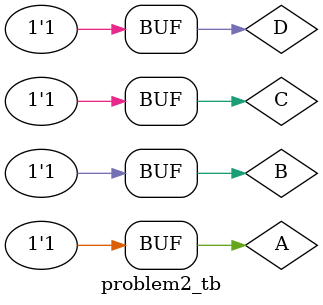
<source format=v>

module problem2_design (output wire F, input wire A, B, C, D);
    assign F = ~(A | B | ~C) & (D | ~D | ~B);
endmodule

module problem2_design_optimized (output wire F, input wire A, B, C, D);
    assign F = ((A == 1'b0) && (B == 1'b0) && (C == 1'b1) && (D == 1'b0)) ? 1'b1:
                ((A == 1'b0) && (B == 1'b0) && (C == 1'b1) && (D == 1'b1)) ? 1'b1:  
                1'b0;
endmodule


module problem2_tb;
    reg A, B, C, D;
    wire F;
    problem2_design uut(F, A, B, C, D);
    initial begin
        $dumpfile("problem2.vcd");
        $dumpvars(0, problem2_tb);
        $monitor("%t | A=%b B=%b C=%b D=%b |F=%b", $time, A, B, C, D, F);
        {A, B, C, D} = 4'b0000;
        repeat (15) begin
            #1 {A, B, C, D} = {A, B, C, D} + 1;
        end
    end
endmodule
</source>
